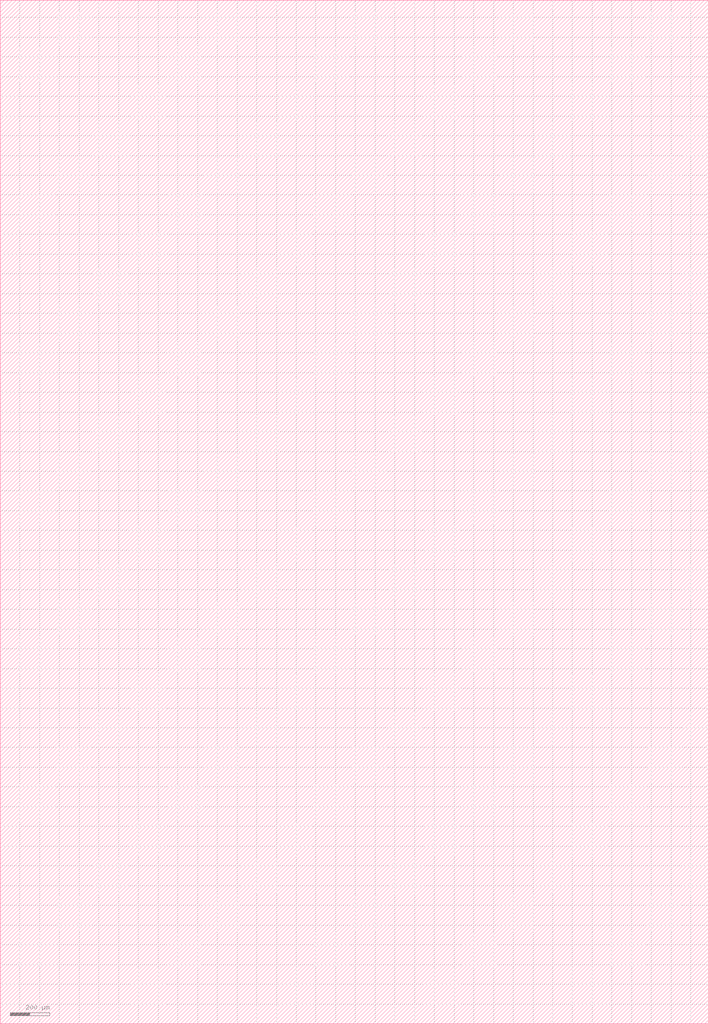
<source format=lef>
VERSION 5.7 ;
  NOWIREEXTENSIONATPIN ON ;
  DIVIDERCHAR "/" ;
  BUSBITCHARS "[]" ;
MACRO caravel_power_routing
  CLASS BLOCK ;
  FOREIGN caravel_power_routing ;
  ORIGIN 0.000 0.000 ;
  SIZE 3588.000 BY 5188.000 ;
END caravel_power_routing
END LIBRARY


</source>
